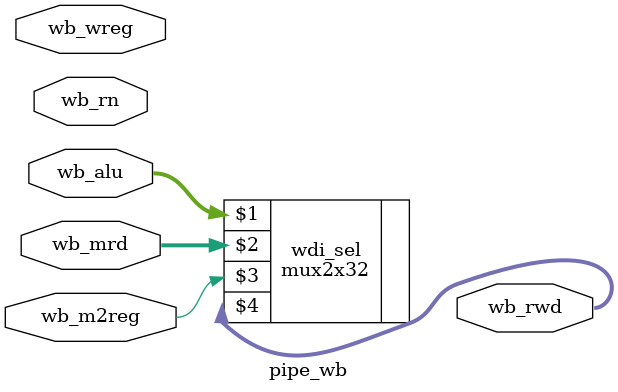
<source format=v>
`timescale 1ns / 1ps


module pipe_wb #(parameter WIDTH=32, REGBITS=5)(
    input [WIDTH-1:0] wb_mrd,
    input [WIDTH-1:0] wb_alu,
    input [REGBITS-1:0] wb_rn,
    input wb_wreg,
    input wb_m2reg,
    output [WIDTH-1:0] wb_rwd);

    mux2x32 wdi_sel(wb_alu,wb_mrd,wb_m2reg,wb_rwd);
endmodule

</source>
